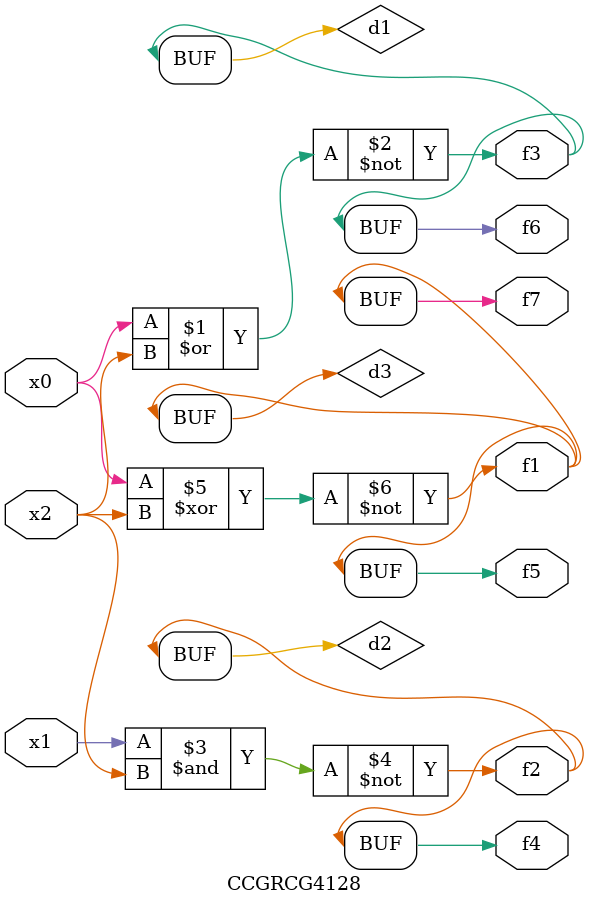
<source format=v>
module CCGRCG4128(
	input x0, x1, x2,
	output f1, f2, f3, f4, f5, f6, f7
);

	wire d1, d2, d3;

	nor (d1, x0, x2);
	nand (d2, x1, x2);
	xnor (d3, x0, x2);
	assign f1 = d3;
	assign f2 = d2;
	assign f3 = d1;
	assign f4 = d2;
	assign f5 = d3;
	assign f6 = d1;
	assign f7 = d3;
endmodule

</source>
